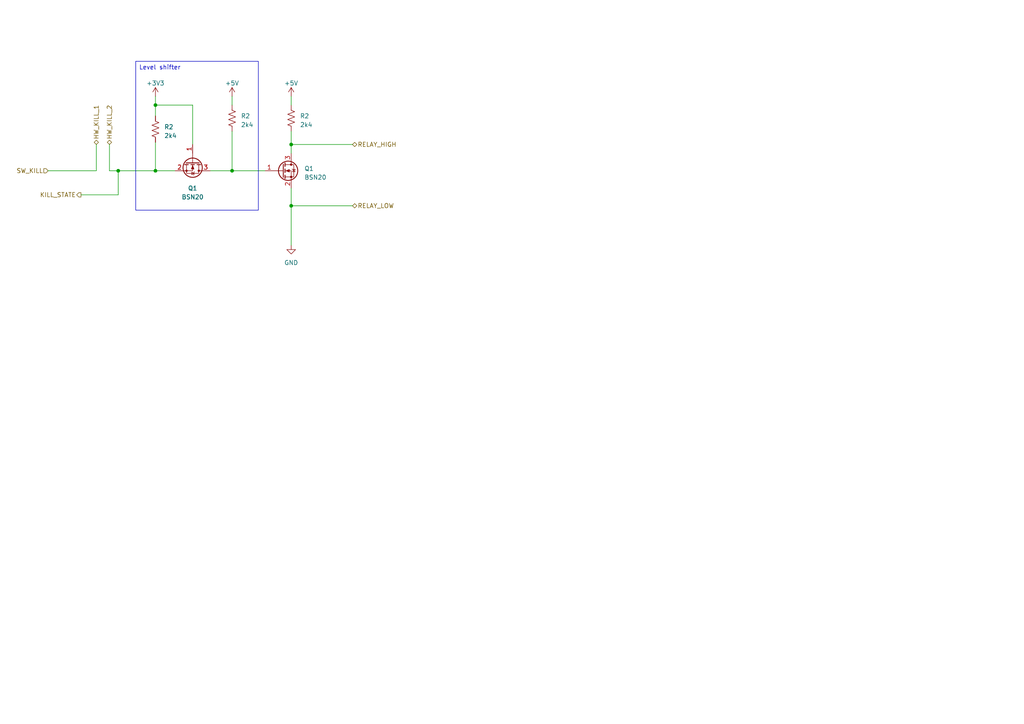
<source format=kicad_sch>
(kicad_sch (version 20230121) (generator eeschema)
  (paper "A4")
  (lib_symbols
    (symbol "Device:R_US" (pin_numbers hide) (pin_names (offset 0))
      (property "Reference" "R" (at 2.54 0 90))
      (property "Value" "R_US" (at -2.54 0 90))
      (symbol "R_US_0_1"
        (polyline (pts (xy 0 -2.286) (xy 0 -2.54)))
        (polyline (pts (xy 0 2.286) (xy 0 2.54)))
        (polyline (pts (xy 0 -0.762) (xy 1.016 -1.143) (xy 0 -1.524) (xy -1.016 -1.905) (xy 0 -2.286)))
        (polyline (pts (xy 0 0.762) (xy 1.016 0.381) (xy 0 0) (xy -1.016 -0.381) (xy 0 -0.762)))
        (polyline (pts (xy 0 2.286) (xy 1.016 1.905) (xy 0 1.524) (xy -1.016 1.143) (xy 0 0.762)))
      )
      (symbol "R_US_1_1"
        (pin passive line (at 0 3.81 270) (length 1.27) (name "~") (number "1"))
        (pin passive line (at 0 -3.81 90) (length 1.27) (name "~") (number "2"))
      )
    )
    (symbol "Transistor_FET:BSN20" (pin_names hide)
      (property "Reference" "Q" (at 5.08 1.905 0))
      (property "Value" "BSN20" (at 5.08 0 0))
      (symbol "BSN20_0_1"
        (polyline (pts (xy 0.254 0) (xy -2.54 0)))
        (polyline (pts (xy 0.254 1.905) (xy 0.254 -1.905)) (stroke (width 0.254)))
        (polyline (pts (xy 0.762 -1.27) (xy 0.762 -2.286)) (stroke (width 0.254)))
        (polyline (pts (xy 0.762 0.508) (xy 0.762 -0.508)) (stroke (width 0.254)))
        (polyline (pts (xy 0.762 2.286) (xy 0.762 1.27)) (stroke (width 0.254)))
        (polyline (pts (xy 2.54 2.54) (xy 2.54 1.778)))
        (polyline (pts (xy 2.54 -2.54) (xy 2.54 0) (xy 0.762 0)))
        (polyline (pts (xy 0.762 -1.778) (xy 3.302 -1.778) (xy 3.302 1.778) (xy 0.762 1.778)))
        (polyline (pts (xy 1.016 0) (xy 2.032 0.381) (xy 2.032 -0.381) (xy 1.016 0)) (fill (type outline)))
        (polyline (pts (xy 2.794 0.508) (xy 2.921 0.381) (xy 3.683 0.381) (xy 3.81 0.254)))
        (polyline (pts (xy 3.302 0.381) (xy 2.921 -0.254) (xy 3.683 -0.254) (xy 3.302 0.381)))
        (circle (center 1.651 0) (radius 2.794) (stroke (width 0.254)))
        (circle (center 2.54 -1.778) (radius 0.254) (fill (type outline)))
        (circle (center 2.54 1.778) (radius 0.254) (fill (type outline)))
      )
      (symbol "BSN20_1_1"
        (pin input line (at -5.08 0 0) (length 2.54) (name "G") (number "1"))
        (pin passive line (at 2.54 -5.08 90) (length 2.54) (name "S") (number "2"))
        (pin passive line (at 2.54 5.08 270) (length 2.54) (name "D") (number "3"))
      )
    )
    (symbol "power:+3V3" (power) (pin_names (offset 0))
      (property "Value" "+3V3" (at 0 3.556 0))
      (symbol "+3V3_0_1"
        (polyline (pts (xy -0.762 1.27) (xy 0 2.54)))
        (polyline (pts (xy 0 0) (xy 0 2.54)))
        (polyline (pts (xy 0 2.54) (xy 0.762 1.27)))
      )
      (symbol "+3V3_1_1"
        (pin power_in line (at 0 0 90) (length 0) hide (name "+3V3") (number "1"))
      )
    )
    (symbol "power:+5V" (power) (pin_names (offset 0))
      (property "Value" "+5V" (at 0 3.556 0))
      (symbol "+5V_0_1"
        (polyline (pts (xy -0.762 1.27) (xy 0 2.54)))
        (polyline (pts (xy 0 0) (xy 0 2.54)))
        (polyline (pts (xy 0 2.54) (xy 0.762 1.27)))
      )
      (symbol "+5V_1_1"
        (pin power_in line (at 0 0 90) (length 0) hide (name "+5V") (number "1"))
      )
    )
    (symbol "power:GND" (power) (pin_names (offset 0))
      (property "Value" "GND" (at 0 -3.81 0))
      (symbol "GND_0_1"
        (polyline (pts (xy 0 0) (xy 0 -1.27) (xy 1.27 -1.27) (xy 0 -2.54) (xy -1.27 -1.27) (xy 0 -1.27)))
      )
      (symbol "GND_1_1"
        (pin power_in line (at 0 0 270) (length 0) hide (name "GND") (number "1"))
      )
    )
  )
  (junction (at 84.455 59.69))
  (junction (at 34.29 49.53))
  (junction (at 84.455 41.91))
  (junction (at 45.085 49.53))
  (junction (at 67.31 49.53))
  (junction (at 45.085 30.48))
  (wire (pts (xy 84.455 27.94) (xy 84.455 30.48)))
  (wire (pts (xy 67.31 27.94) (xy 67.31 30.48)))
  (wire (pts (xy 27.94 49.53) (xy 27.94 41.91)))
  (wire (pts (xy 31.75 49.53) (xy 34.29 49.53)))
  (wire (pts (xy 60.96 49.53) (xy 67.31 49.53)))
  (wire (pts (xy 84.455 41.91) (xy 102.235 41.91)))
  (wire (pts (xy 84.455 38.1) (xy 84.455 41.91)))
  (wire (pts (xy 84.455 41.91) (xy 84.455 44.45)))
  (wire (pts (xy 34.29 56.515) (xy 34.29 49.53)))
  (wire (pts (xy 45.085 41.275) (xy 45.085 49.53)))
  (wire (pts (xy 84.455 59.69) (xy 84.455 71.12)))
  (wire (pts (xy 84.455 54.61) (xy 84.455 59.69)))
  (wire (pts (xy 67.31 49.53) (xy 76.835 49.53)))
  (wire (pts (xy 84.455 59.69) (xy 102.235 59.69)))
  (wire (pts (xy 55.88 30.48) (xy 45.085 30.48)))
  (wire (pts (xy 23.495 56.515) (xy 34.29 56.515)))
  (wire (pts (xy 55.88 30.48) (xy 55.88 41.91)))
  (wire (pts (xy 45.085 30.48) (xy 45.085 33.655)))
  (wire (pts (xy 31.75 41.91) (xy 31.75 49.53)))
  (wire (pts (xy 13.97 49.53) (xy 27.94 49.53)))
  (wire (pts (xy 67.31 38.1) (xy 67.31 49.53)))
  (wire (pts (xy 34.29 49.53) (xy 45.085 49.53)))
  (wire (pts (xy 45.085 27.94) (xy 45.085 30.48)))
  (wire (pts (xy 45.085 49.53) (xy 50.8 49.53)))
  (text_box "Level shifter" (at 39.37 17.78 0) (size 35.56 43.18) (effects (font (size 1.27 1.27)) (justify left top)))
  (hierarchical_label "HW_KILL_2" (shape bidirectional) (at 31.75 41.91 90))
  (hierarchical_label "SW_KILL" (shape input) (at 13.97 49.53 180))
  (hierarchical_label "HW_KILL_1" (shape bidirectional) (at 27.94 41.91 90))
  (hierarchical_label "KILL_STATE" (shape output) (at 23.495 56.515 180))
  (hierarchical_label "RELAY_HIGH" (shape bidirectional) (at 102.235 41.91 0))
  (hierarchical_label "RELAY_LOW" (shape bidirectional) (at 102.235 59.69 0))
  (symbol (lib_id "Device:R_US") (at 84.455 34.29 0) (unit 1)
    (property "Reference" "R2" (at 86.995 33.655 0) (effects (justify left)))
    (property "Value" "2k4" (at 86.995 36.195 0) (effects (justify left)))
    (property "Footprint" "Resistor_SMD:R_0603_1608Metric_Pad0.98x0.95mm_HandSolder" (effects hide))
    (instances (project "crush-main-board" (path "" (reference "R2") (unit 1)) (path "" (reference "R6") (unit 1))))
  )
  (symbol (lib_id "power:GND") (at 84.455 71.12 0) (unit 1)
    (property "Reference" "#PWR051" (effects hide))
    (property "Value" "GND" (at 84.455 76.2 0))
  )
  (symbol (lib_id "power:+3V3") (at 45.085 27.94 0) (unit 1)
    (property "Reference" "#PWR05" (effects hide))
    (property "Value" "+3V3" (at 45.085 24.13 0))
    (instances (project "crush-main-board" (path "" (reference "#PWR05") (unit 1)) (path "" (reference "#PWR059") (unit 1))))
  )
  (symbol (lib_id "Device:R_US") (at 45.085 37.465 0) (unit 1)
    (property "Reference" "R2" (at 47.625 36.83 0) (effects (justify left)))
    (property "Value" "2k4" (at 47.625 39.37 0) (effects (justify left)))
    (property "Footprint" "Resistor_SMD:R_0603_1608Metric_Pad0.98x0.95mm_HandSolder" (effects hide))
    (instances (project "crush-main-board" (path "" (reference "R2") (unit 1)) (path "" (reference "R7") (unit 1))))
  )
  (symbol (lib_id "power:+5V") (at 84.455 27.94 0) (unit 1)
    (property "Reference" "#PWR036" (effects hide))
    (property "Value" "+5V" (at 84.455 24.13 0))
    (instances (project "crush-main-board" (path "" (reference "#PWR036") (unit 1)) (path "" (reference "#PWR060") (unit 1))))
  )
  (symbol (lib_id "Device:R_US") (at 67.31 34.29 0) (unit 1)
    (property "Reference" "R2" (at 69.85 33.655 0) (effects (justify left)))
    (property "Value" "2k4" (at 69.85 36.195 0) (effects (justify left)))
    (property "Footprint" "Resistor_SMD:R_0603_1608Metric_Pad0.98x0.95mm_HandSolder" (effects hide))
    (instances (project "crush-main-board" (path "" (reference "R2") (unit 1)) (path "" (reference "R5") (unit 1))))
  )
  (symbol (lib_id "Transistor_FET:BSN20") (at 81.915 49.53 0) (unit 1)
    (property "Reference" "Q1" (at 88.265 48.895 0) (effects (justify left)))
    (property "Value" "BSN20" (at 88.265 51.435 0) (effects (justify left)))
    (property "Footprint" "Package_TO_SOT_SMD:SOT-23" (effects hide))
    (property "Datasheet" "http://www.diodes.com/assets/Datasheets/ds31898.pdf" (effects hide))
    (instances (project "crush-main-board" (path "" (reference "Q1") (unit 1)) (path "" (reference "Q4") (unit 1))))
  )
  (symbol (lib_id "power:+5V") (at 67.31 27.94 0) (unit 1)
    (property "Reference" "#PWR036" (effects hide))
    (property "Value" "+5V" (at 67.31 24.13 0))
    (instances (project "crush-main-board" (path "" (reference "#PWR036") (unit 1)) (path "" (reference "#PWR049") (unit 1))))
  )
  (symbol (lib_id "Transistor_FET:BSN20") (at 55.88 46.99 270) (unit 1)
    (property "Reference" "Q1" (at 55.88 54.61 90))
    (property "Value" "BSN20" (at 55.88 57.15 90))
    (property "Footprint" "Package_TO_SOT_SMD:SOT-23" (effects hide))
    (property "Datasheet" "http://www.diodes.com/assets/Datasheets/ds31898.pdf" (effects hide))
    (instances (project "crush-main-board" (path "" (reference "Q1") (unit 1)) (path "" (reference "Q3") (unit 1))))
  )
)
</source>
